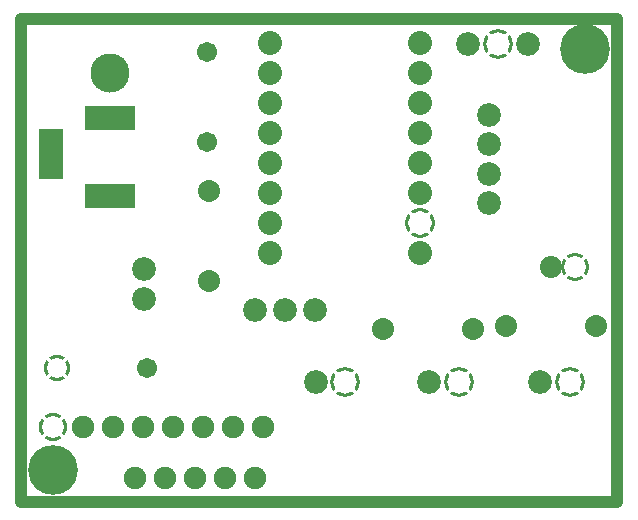
<source format=gbr>
%TF.GenerationSoftware,Altium Limited,Altium Designer,20.1.12 (249)*%
G04 Layer_Physical_Order=3*
G04 Layer_Color=128*
%FSLAX26Y26*%
%MOIN*%
%TF.SameCoordinates,3330814B-4F48-45CB-92AE-830D8B31506C*%
%TF.FilePolarity,Negative*%
%TF.FileFunction,Copper,L3,Inr,Plane*%
%TF.Part,Single*%
G01*
G75*
%TA.AperFunction,NonConductor*%
%ADD30C,0.040000*%
%TA.AperFunction,ComponentPad*%
%ADD31C,0.079370*%
%TA.AperFunction,WasherPad*%
%ADD32C,0.165984*%
%TA.AperFunction,ComponentPad*%
G04:AMPARAMS|DCode=33|XSize=99.37mil|YSize=99.37mil|CornerRadius=0mil|HoleSize=0mil|Usage=FLASHONLY|Rotation=0.000|XOffset=0mil|YOffset=0mil|HoleType=Round|Shape=Relief|Width=10mil|Gap=10mil|Entries=4|*
%AMTHD33*
7,0,0,0.099370,0.079370,0.010000,45*
%
%ADD33THD33*%
%ADD35C,0.073465*%
G04:AMPARAMS|DCode=36|XSize=95.039mil|YSize=95.039mil|CornerRadius=0mil|HoleSize=0mil|Usage=FLASHONLY|Rotation=0.000|XOffset=0mil|YOffset=0mil|HoleType=Round|Shape=Relief|Width=10mil|Gap=10mil|Entries=4|*
%AMTHD36*
7,0,0,0.095039,0.075039,0.010000,45*
%
%ADD36THD36*%
%ADD37C,0.075039*%
%ADD38C,0.073858*%
G04:AMPARAMS|DCode=39|XSize=93.858mil|YSize=93.858mil|CornerRadius=0mil|HoleSize=0mil|Usage=FLASHONLY|Rotation=0.000|XOffset=0mil|YOffset=0mil|HoleType=Round|Shape=Relief|Width=10mil|Gap=10mil|Entries=4|*
%AMTHD39*
7,0,0,0.093858,0.073858,0.010000,45*
%
%ADD39THD39*%
%ADD40C,0.075433*%
%ADD42R,0.165984X0.079370*%
%ADD44C,0.130551*%
G04:AMPARAMS|DCode=45|XSize=87.559mil|YSize=87.559mil|CornerRadius=0mil|HoleSize=0mil|Usage=FLASHONLY|Rotation=0.000|XOffset=0mil|YOffset=0mil|HoleType=Round|Shape=Relief|Width=10mil|Gap=10mil|Entries=4|*
%AMTHD45*
7,0,0,0.087559,0.067559,0.010000,45*
%
%ADD45THD45*%
%ADD46C,0.067559*%
%ADD47C,0.080157*%
G04:AMPARAMS|DCode=48|XSize=100.157mil|YSize=100.157mil|CornerRadius=0mil|HoleSize=0mil|Usage=FLASHONLY|Rotation=0.000|XOffset=0mil|YOffset=0mil|HoleType=Round|Shape=Relief|Width=10mil|Gap=10mil|Entries=4|*
%AMTHD48*
7,0,0,0.100157,0.080157,0.010000,45*
%
%ADD48THD48*%
%ADD49R,0.079370X0.165984*%
D30*
X0Y0D02*
X1985000D01*
Y1610000D01*
X0D02*
X1985000D01*
X0Y0D02*
Y1610000D01*
D31*
X980000Y640000D02*
D03*
X880000D02*
D03*
X780000D02*
D03*
X1690000Y1525000D02*
D03*
X1490000D02*
D03*
X1560000Y1093425D02*
D03*
Y995000D02*
D03*
Y1191850D02*
D03*
Y1290276D02*
D03*
X410000Y675787D02*
D03*
Y774213D02*
D03*
X981575Y400000D02*
D03*
X1360787D02*
D03*
X1730747Y399172D02*
D03*
D32*
X105000Y105000D02*
D03*
X1880000Y1510000D02*
D03*
D33*
X1590000Y1525000D02*
D03*
X1080000Y400000D02*
D03*
X1459213D02*
D03*
X1829172Y399172D02*
D03*
D35*
X625000Y1035000D02*
D03*
Y735000D02*
D03*
X1505000Y575000D02*
D03*
X1205000D02*
D03*
X1915000Y585000D02*
D03*
X1615000D02*
D03*
D36*
X105000Y250000D02*
D03*
D37*
X805000D02*
D03*
X705000D02*
D03*
X605000D02*
D03*
X505000D02*
D03*
X405000D02*
D03*
X305000D02*
D03*
X205000D02*
D03*
D38*
X1765630Y781654D02*
D03*
D39*
X1844370D02*
D03*
D40*
X780000Y80000D02*
D03*
X680000D02*
D03*
X580000D02*
D03*
X480000D02*
D03*
X380000D02*
D03*
D42*
X295000Y1279842D02*
D03*
Y1020000D02*
D03*
D44*
Y1429449D02*
D03*
D45*
X120000Y445000D02*
D03*
D46*
X620000Y1200000D02*
D03*
Y1500000D02*
D03*
X420000Y445000D02*
D03*
D47*
X1330000Y1530000D02*
D03*
Y1430000D02*
D03*
Y1330000D02*
D03*
Y1230000D02*
D03*
Y1130000D02*
D03*
Y1030000D02*
D03*
Y830000D02*
D03*
X830000D02*
D03*
Y930000D02*
D03*
Y1030000D02*
D03*
Y1130000D02*
D03*
Y1230000D02*
D03*
Y1330000D02*
D03*
Y1430000D02*
D03*
Y1530000D02*
D03*
D48*
X1330000Y930000D02*
D03*
D49*
X98150Y1159764D02*
D03*
%TF.MD5,094d3e85024d98f83d4f40d6abffab49*%
M02*

</source>
